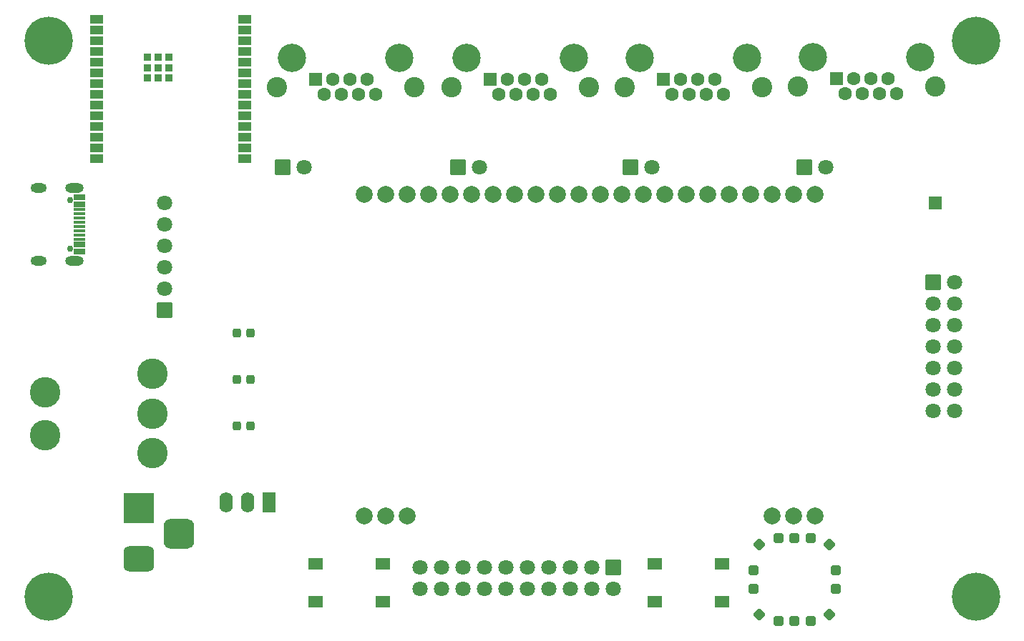
<source format=gts>
%TF.GenerationSoftware,KiCad,Pcbnew,9.0.4*%
%TF.CreationDate,2025-09-16T13:45:21-04:00*%
%TF.ProjectId,cern-display-controller,6365726e-2d64-4697-9370-6c61792d636f,rev?*%
%TF.SameCoordinates,Original*%
%TF.FileFunction,Soldermask,Top*%
%TF.FilePolarity,Negative*%
%FSLAX46Y46*%
G04 Gerber Fmt 4.6, Leading zero omitted, Abs format (unit mm)*
G04 Created by KiCad (PCBNEW 9.0.4) date 2025-09-16 13:45:21*
%MOMM*%
%LPD*%
G01*
G04 APERTURE LIST*
G04 Aperture macros list*
%AMRoundRect*
0 Rectangle with rounded corners*
0 $1 Rounding radius*
0 $2 $3 $4 $5 $6 $7 $8 $9 X,Y pos of 4 corners*
0 Add a 4 corners polygon primitive as box body*
4,1,4,$2,$3,$4,$5,$6,$7,$8,$9,$2,$3,0*
0 Add four circle primitives for the rounded corners*
1,1,$1+$1,$2,$3*
1,1,$1+$1,$4,$5*
1,1,$1+$1,$6,$7*
1,1,$1+$1,$8,$9*
0 Add four rect primitives between the rounded corners*
20,1,$1+$1,$2,$3,$4,$5,0*
20,1,$1+$1,$4,$5,$6,$7,0*
20,1,$1+$1,$6,$7,$8,$9,0*
20,1,$1+$1,$8,$9,$2,$3,0*%
G04 Aperture macros list end*
%ADD10C,0.751600*%
%ADD11RoundRect,0.050800X-0.620000X0.300000X-0.620000X-0.300000X0.620000X-0.300000X0.620000X0.300000X0*%
%ADD12RoundRect,0.050800X-0.620000X0.150000X-0.620000X-0.150000X0.620000X-0.150000X0.620000X0.150000X0*%
%ADD13O,2.201600X1.101600*%
%ADD14O,1.901600X1.101600*%
%ADD15RoundRect,0.244150X-0.244150X-0.281650X0.244150X-0.281650X0.244150X0.281650X-0.244150X0.281650X0*%
%ADD16C,3.601600*%
%ADD17C,3.351600*%
%ADD18RoundRect,0.050800X-0.750000X-0.750000X0.750000X-0.750000X0.750000X0.750000X-0.750000X0.750000X0*%
%ADD19C,1.601600*%
%ADD20C,2.401600*%
%ADD21C,3.701600*%
%ADD22C,5.701600*%
%ADD23RoundRect,0.165240X0.000000X-0.545264X0.545264X0.000000X0.000000X0.545264X-0.545264X0.000000X0*%
%ADD24RoundRect,0.165240X-0.385560X-0.385560X0.385560X-0.385560X0.385560X0.385560X-0.385560X0.385560X0*%
%ADD25RoundRect,0.050800X0.775000X0.650000X-0.775000X0.650000X-0.775000X-0.650000X0.775000X-0.650000X0*%
%ADD26C,2.006600*%
%ADD27RoundRect,0.050800X0.750000X1.150000X-0.750000X1.150000X-0.750000X-1.150000X0.750000X-1.150000X0*%
%ADD28O,1.601600X2.401600*%
%ADD29RoundRect,0.050800X0.850000X-0.850000X0.850000X0.850000X-0.850000X0.850000X-0.850000X-0.850000X0*%
%ADD30C,1.801600*%
%ADD31RoundRect,0.050800X-0.850000X0.850000X-0.850000X-0.850000X0.850000X-0.850000X0.850000X0.850000X0*%
%ADD32RoundRect,0.050800X-0.750000X-0.450000X0.750000X-0.450000X0.750000X0.450000X-0.750000X0.450000X0*%
%ADD33RoundRect,0.050800X0.750000X0.450000X-0.750000X0.450000X-0.750000X-0.450000X0.750000X-0.450000X0*%
%ADD34RoundRect,0.050800X0.400000X0.400000X-0.400000X0.400000X-0.400000X-0.400000X0.400000X-0.400000X0*%
%ADD35RoundRect,0.050800X-0.850000X-0.850000X0.850000X-0.850000X0.850000X0.850000X-0.850000X0.850000X0*%
%ADD36RoundRect,0.050800X1.750000X-1.750000X1.750000X1.750000X-1.750000X1.750000X-1.750000X-1.750000X0*%
%ADD37RoundRect,0.775400X1.025400X-0.775400X1.025400X0.775400X-1.025400X0.775400X-1.025400X-0.775400X0*%
%ADD38RoundRect,0.900400X0.900400X-0.900400X0.900400X0.900400X-0.900400X0.900400X-0.900400X-0.900400X0*%
%ADD39RoundRect,0.050800X0.850000X0.850000X-0.850000X0.850000X-0.850000X-0.850000X0.850000X-0.850000X0*%
G04 APERTURE END LIST*
D10*
%TO.C,CN6*%
X102364000Y-80422000D03*
X102364000Y-86202000D03*
D11*
X103484000Y-80112000D03*
X103484000Y-80912000D03*
D12*
X103484000Y-82062000D03*
X103484000Y-83062000D03*
X103484000Y-83562000D03*
X103484000Y-84562000D03*
D11*
X103484000Y-85712000D03*
X103484000Y-86512000D03*
X103484000Y-86512000D03*
X103484000Y-85712000D03*
D12*
X103484000Y-85062000D03*
X103484000Y-84062000D03*
X103484000Y-82562000D03*
X103484000Y-81562000D03*
D11*
X103484000Y-80912000D03*
X103484000Y-80112000D03*
D13*
X102884000Y-78992000D03*
D14*
X98684000Y-78992000D03*
D13*
X102884000Y-87632000D03*
D14*
X98684000Y-87632000D03*
%TD*%
D15*
%TO.C,LED1*%
X122123000Y-96190000D03*
X123698000Y-96190000D03*
%TD*%
D16*
%TO.C,SW1*%
X99453500Y-103160000D03*
X99453500Y-108240000D03*
X112153500Y-110400000D03*
X112153500Y-105700000D03*
X112153500Y-101000000D03*
%TD*%
D15*
%TO.C,LED3*%
X122123000Y-107190000D03*
X123698000Y-107190000D03*
%TD*%
D17*
%TO.C,CN4*%
X169800000Y-63585000D03*
X182500000Y-63585000D03*
D18*
X172590000Y-66125000D03*
D19*
X173606000Y-67905000D03*
X174622000Y-66125000D03*
X175638000Y-67905000D03*
X176654000Y-66125000D03*
X177670000Y-67905000D03*
X178686000Y-66125000D03*
X179702000Y-67905000D03*
D20*
X168020000Y-67015000D03*
X184280000Y-67015000D03*
%TD*%
D21*
%TO.C,REF\u002A\u002A*%
X209550000Y-61550550D03*
D22*
X209550000Y-61550550D03*
%TD*%
D23*
%TO.C,SW4*%
X183950000Y-121250000D03*
X183950000Y-129550000D03*
X192250000Y-121250000D03*
X192250000Y-129550000D03*
D24*
X183200000Y-126500000D03*
X193000000Y-126500000D03*
X193000000Y-124300000D03*
X183200000Y-124300000D03*
X186200000Y-120500000D03*
X188100000Y-120500000D03*
X190000000Y-120500000D03*
X186200000Y-130300000D03*
X188100000Y-130300000D03*
X190000000Y-130300000D03*
%TD*%
D17*
%TO.C,CN5*%
X190300000Y-63500000D03*
X203000000Y-63500000D03*
D18*
X193090000Y-66040000D03*
D19*
X194106000Y-67820000D03*
X195122000Y-66040000D03*
X196138000Y-67820000D03*
X197154000Y-66040000D03*
X198170000Y-67820000D03*
X199186000Y-66040000D03*
X200202000Y-67820000D03*
D20*
X188520000Y-66930000D03*
X204780000Y-66930000D03*
%TD*%
D17*
%TO.C,CN3*%
X149300000Y-63585000D03*
X162000000Y-63585000D03*
D18*
X152090000Y-66125000D03*
D19*
X153106000Y-67905000D03*
X154122000Y-66125000D03*
X155138000Y-67905000D03*
X156154000Y-66125000D03*
X157170000Y-67905000D03*
X158186000Y-66125000D03*
X159202000Y-67905000D03*
D20*
X147520000Y-67015000D03*
X163780000Y-67015000D03*
%TD*%
D25*
%TO.C,SW2*%
X139362000Y-127980000D03*
X131402000Y-127980000D03*
X139362000Y-123480000D03*
X131402000Y-123480000D03*
%TD*%
D26*
%TO.C,DSP1*%
X137160000Y-117856000D03*
X139700000Y-117856000D03*
X142240000Y-117856000D03*
X185420000Y-117856000D03*
X187960000Y-117856000D03*
X190500000Y-117856000D03*
X190500000Y-79756000D03*
X187960000Y-79756000D03*
X185420000Y-79756000D03*
X182880000Y-79756000D03*
X180340000Y-79756000D03*
X177800000Y-79756000D03*
X175260000Y-79756000D03*
X172720000Y-79756000D03*
X170180000Y-79756000D03*
X167640000Y-79756000D03*
X165100000Y-79756000D03*
X162560000Y-79756000D03*
X160020000Y-79756000D03*
X157480000Y-79756000D03*
X154940000Y-79756000D03*
X152400000Y-79756000D03*
X149860000Y-79756000D03*
X147320000Y-79756000D03*
X144780000Y-79756000D03*
X142240000Y-79756000D03*
X139700000Y-79756000D03*
X137160000Y-79756000D03*
%TD*%
D21*
%TO.C,REF\u002A\u002A*%
X99822000Y-127425450D03*
D22*
X99822000Y-127425450D03*
%TD*%
D27*
%TO.C,U1*%
X125894000Y-116233500D03*
D28*
X123354000Y-116233500D03*
X120814000Y-116233500D03*
%TD*%
D29*
%TO.C,JP3*%
X168656000Y-76500000D03*
D30*
X171196000Y-76500000D03*
%TD*%
D29*
%TO.C,JP4*%
X189230000Y-76500000D03*
D30*
X191770000Y-76500000D03*
%TD*%
D31*
%TO.C,CN8*%
X166624000Y-123952000D03*
D30*
X166624000Y-126492000D03*
X164084000Y-123952000D03*
X164084000Y-126492000D03*
X161544000Y-123952000D03*
X161544000Y-126492000D03*
X159004000Y-123952000D03*
X159004000Y-126492000D03*
X156464000Y-123952000D03*
X156464000Y-126492000D03*
X153924000Y-123952000D03*
X153924000Y-126492000D03*
X151384000Y-123952000D03*
X151384000Y-126492000D03*
X148844000Y-123952000D03*
X148844000Y-126492000D03*
X146304000Y-123952000D03*
X146304000Y-126492000D03*
X143764000Y-123952000D03*
X143764000Y-126492000D03*
%TD*%
D15*
%TO.C,LED2*%
X122123000Y-101690000D03*
X123698000Y-101690000D03*
%TD*%
D17*
%TO.C,CN2*%
X128614000Y-63585000D03*
X141314000Y-63585000D03*
D18*
X131404000Y-66125000D03*
D19*
X132420000Y-67905000D03*
X133436000Y-66125000D03*
X134452000Y-67905000D03*
X135468000Y-66125000D03*
X136484000Y-67905000D03*
X137500000Y-66125000D03*
X138516000Y-67905000D03*
D20*
X126834000Y-67015000D03*
X143094000Y-67015000D03*
%TD*%
D25*
%TO.C,SW3*%
X179494000Y-127980000D03*
X171534000Y-127980000D03*
X179494000Y-123480000D03*
X171534000Y-123480000D03*
%TD*%
D21*
%TO.C,REF\u002A\u002A*%
X99822000Y-61550550D03*
D22*
X99822000Y-61550550D03*
%TD*%
D18*
%TO.C,TP1*%
X204724000Y-80772000D03*
%TD*%
D32*
%TO.C,U3*%
X105550000Y-59000000D03*
X105550000Y-60270000D03*
X105550000Y-61540000D03*
X105550000Y-62810000D03*
X105550000Y-64080000D03*
X105550000Y-65350000D03*
X105550000Y-66620000D03*
X105550000Y-67890000D03*
X105550000Y-69160000D03*
X105550000Y-70430000D03*
X105550000Y-71700000D03*
X105550000Y-72970000D03*
X105550000Y-74240000D03*
X105550000Y-75510000D03*
D33*
X123050000Y-75510000D03*
X123050000Y-74240000D03*
X123050000Y-72970000D03*
X123050000Y-71700000D03*
X123050000Y-70430000D03*
X123050000Y-69160000D03*
X123050000Y-67890000D03*
X123050000Y-66620000D03*
X123050000Y-65350000D03*
X123050000Y-64080000D03*
X123050000Y-62810000D03*
X123050000Y-61540000D03*
X123050000Y-60270000D03*
X123050000Y-59000000D03*
D34*
X111545000Y-63470000D03*
X111545000Y-64720000D03*
X111545000Y-65970000D03*
X112795000Y-63470000D03*
X112795000Y-64720000D03*
X112795000Y-65970000D03*
X114045000Y-63470000D03*
X114045000Y-64720000D03*
X114045000Y-65970000D03*
%TD*%
D35*
%TO.C,CN9*%
X204470000Y-90170000D03*
D30*
X207010000Y-90170000D03*
X204470000Y-92710000D03*
X207010000Y-92710000D03*
X204470000Y-95250000D03*
X207010000Y-95250000D03*
X204470000Y-97790000D03*
X207010000Y-97790000D03*
X204470000Y-100330000D03*
X207010000Y-100330000D03*
X204470000Y-102870000D03*
X207010000Y-102870000D03*
X204470000Y-105410000D03*
X207010000Y-105410000D03*
%TD*%
D36*
%TO.C,CN1*%
X110548500Y-116936000D03*
D37*
X110548500Y-122936000D03*
D38*
X115248500Y-119936000D03*
%TD*%
D29*
%TO.C,JP1*%
X127500000Y-76500000D03*
D30*
X130040000Y-76500000D03*
%TD*%
D39*
%TO.C,CN7*%
X113538000Y-93472000D03*
D30*
X113538000Y-90932000D03*
X113538000Y-88392000D03*
X113538000Y-85852000D03*
X113538000Y-83312000D03*
X113538000Y-80772000D03*
%TD*%
D29*
%TO.C,JP2*%
X148238861Y-76493504D03*
D30*
X150778861Y-76493504D03*
%TD*%
D21*
%TO.C,REF\u002A\u002A*%
X209550000Y-127425450D03*
D22*
X209550000Y-127425450D03*
%TD*%
M02*

</source>
